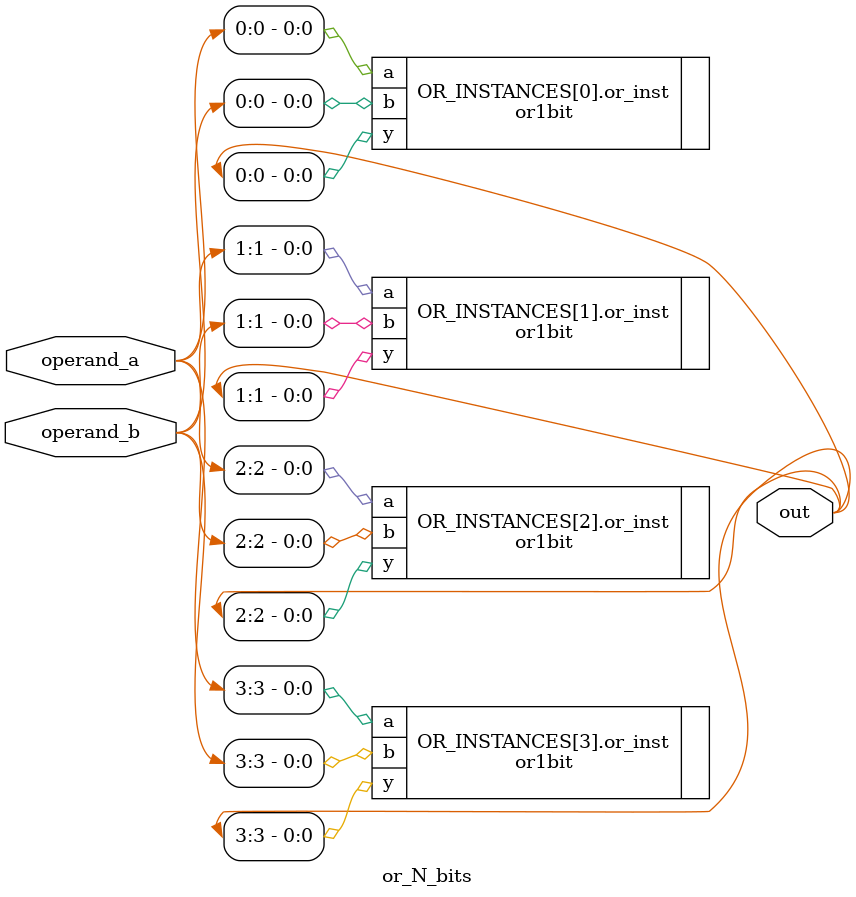
<source format=sv>
module or_N_bits #(parameter N = 4)(
	input logic [N-1:0] operand_a,
	input logic [N-1:0] operand_b,
	output logic [N-1:0] out
);
	genvar i;
	generate
		for (i = 0; i < N; i = i + 1) begin : OR_INSTANCES
			or1bit or_inst (
				.a(operand_a[i]),
				.b(operand_b[i]),
				.y(out[i])
			);
		end
	endgenerate
endmodule
</source>
